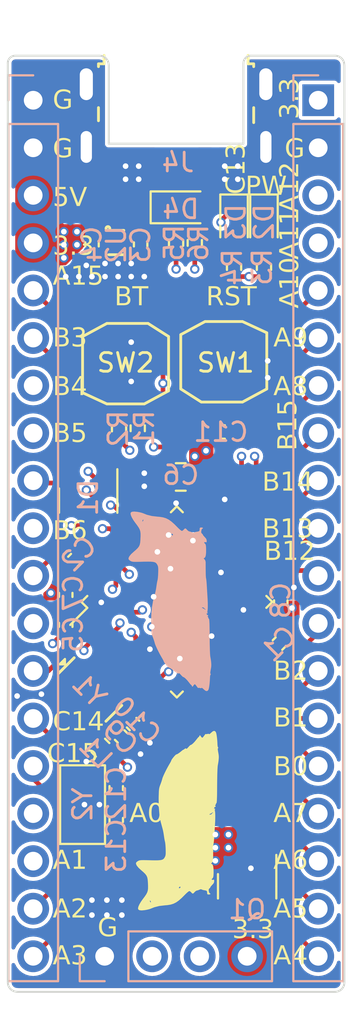
<source format=kicad_pcb>
(kicad_pcb (version 20221018) (generator pcbnew)
  (layers (0 "F.Cu" signal) (1 "In1.Cu" signal) (2 "In2.Cu" signal) (31 "B.Cu" signal) (34 "B.Paste" user) (35 "F.Paste" user) (36 "B.SilkS" user "B.Silkscreen") (37 "F.SilkS" user "F.Silkscreen") (38 "B.Mask" user) (39 "F.Mask" user) (44 "Edge.Cuts" user))
  (net 0 "")
  (net 1 "GND")
  (net 2 "Net-(C1-Pad2)")
  (net 3 "Net-(C2-Pad2)")
  (net 4 "+5V")
  (net 5 "+3.3V")
  (net 6 "+BATT")
  (net 7 "VREF")
  (net 8 "RST")
  (net 9 "COSC0")
  (net 10 "COSC1")
  (net 11 "VBAT")
  (net 12 "Net-(D2-A)")
  (net 13 "PC13")
  (net 14 "Net-(D3-A)")
  (net 15 "Net-(D4-A)")
  (net 16 "SCLK")
  (net 17 "SDIO")
  (net 18 "Net-(J1-Pin_4)")
  (net 19 "PA15")
  (net 20 "PB3")
  (net 21 "PB4")
  (net 22 "PB5")
  (net 23 "PB6")
  (net 24 "PB7")
  (net 25 "PB8")
  (net 26 "PA0")
  (net 27 "PA1")
  (net 28 "PA2")
  (net 29 "PA3")
  (net 30 "PA12")
  (net 31 "PA11")
  (net 32 "PA10")
  (net 33 "PA9")
  (net 34 "PA8")
  (net 35 "PB15")
  (net 36 "PB14")
  (net 37 "PB13")
  (net 38 "PB12")
  (net 39 "PB10")
  (net 40 "PB1")
  (net 41 "PB0")
  (net 42 "PA7")
  (net 43 "PA6")
  (net 44 "PA5")
  (net 45 "PA4")
  (net 47 "Net-(J4-D+)")
  (net 48 "Net-(J4-D-)")
  (net 49 "Net-(R1-Pad1)")
  (net 50 "BOOT")
  (net 51 "OSC0")
  (net 52 "OSC1")
  (net 53 "PB2")
  (footprint "Resistor_SMD:R_0402_1005Metric" (layer "F.Cu") (at 93.9 65 -90)
    (fp_text reference "R5")
    (fp_text value "22R")
  )
  (footprint "Capacitor_SMD:C_0402_1005Metric" (layer "F.Cu") (at 99.5 84.2 90)
    (fp_text reference "C8")
    (fp_text value "100nF")
  )
  (footprint "Package_QFP:LQFP-48_7x7mm_P0.5mm" (layer "F.Cu") (at 93.940551 84.172785 45)
    (fp_text reference "U1")
    (fp_text value "STM32H503CBT6")
  )
  (footprint "LED_SMD:LED_0603_1608Metric" (layer "F.Cu") (at 98.6 63.9 -90)
    (fp_text reference "D2")
    (fp_text value "POWER")
  )
  (footprint "LED_SMD:LED_0603_1608Metric" (layer "F.Cu") (at 97 63.9 -90)
    (fp_text reference "D3")
    (fp_text value "USR")
  )
  (footprint ".rpvM:XDFN4_1x1mm_0.65P" (layer "F.Cu") (at 90.705 64.98 -90)
    (fp_text reference "U2")
    (fp_text value "RT9078-33GQZ")
  )
  (footprint "Capacitor_SMD:C_0402_1005Metric" (layer "F.Cu") (at 90.7 95.82 -90)
    (fp_text reference "C13")
    (fp_text value "22pF")
  )
  (footprint "Package_TO_SOT_SMD:SOT-23" (layer "F.Cu") (at 97.7 99.3625 -90)
    (fp_text reference "Q1")
    (fp_text value "AO3401A")
  )
  (footprint ".rpvM:Crystal_CSTCE_3pin_3.2x1.3" (layer "F.Cu") (at 89.3 88.851472 -45)
    (fp_text reference "Y1")
    (fp_text value "CSTCE12")
  )
  (footprint "Diode_SMD:D_SOD-323" (layer "F.Cu") (at 94.15 63.1)
    (fp_text reference "D4")
    (fp_text value "RB551V-30")
  )
  (footprint "Resistor_SMD:R_0402_1005Metric" (layer "F.Cu") (at 90.85 74.91 90)
    (fp_text reference "R2")
    (fp_text value "10K")
  )
  (footprint "Capacitor_SMD:C_0402_1005Metric" (layer "F.Cu") (at 92.005 65.08 -90)
    (fp_text reference "C3")
    (fp_text value "10uF")
  )
  (footprint "Capacitor_SMD:C_0402_1005Metric" (layer "F.Cu") (at 90.960589 91.360589 -45)
    (fp_text reference "C9")
    (fp_text value "10uF")
  )
  (footprint "Capacitor_SMD:C_0402_1005Metric" (layer "F.Cu") (at 88 83.8 -90)
    (fp_text reference "C7")
    (fp_text value "100nF")
  )
  (footprint "Capacitor_SMD:C_0402_1005Metric" (layer "F.Cu") (at 90.7 94.12 90)
    (fp_text reference "C12")
    (fp_text value "22pF")
  )
  (footprint "Capacitor_SMD:C_0402_1005Metric" (layer "F.Cu") (at 96.4 75.1)
    (fp_text reference "C11")
    (fp_text value "100nF")
  )
  (footprint ".rpvM:Switch_SMD_5.2x6.4_reset" (layer "F.Cu") (at 91.2 71.4 90)
    (fp_text reference "SW2")
    (fp_text value "BOOT")
  )
  (footprint "Capacitor_SMD:C_0402_1005Metric" (layer "F.Cu") (at 91.6 90.7 -45)
    (fp_text reference "C10")
    (fp_text value "100nF")
  )
  (footprint ".rpvM:Switch_SMD_5.2x6.4_reset" (layer "F.Cu") (at 96.45 71.4 -90)
    (fp_text reference "SW1")
    (fp_text value "RESET")
  )
  (footprint ".rpvM:Crystal_FC-135" (layer "F.Cu") (at 88.9 95 90)
    (fp_text reference "Y2")
    (fp_text value "FC-135\n\n\n")
  )
  (footprint "Resistor_SMD:R_0402_1005Metric" (layer "F.Cu") (at 94.9 65 90)
    (fp_text reference "R6")
    (fp_text value "22R")
  )
  (footprint "Capacitor_SMD:C_0402_1005Metric" (layer "F.Cu") (at 99.4 86.4 -135)
    (fp_text reference "C1")
    (fp_text value "4.7uF")
  )
  (footprint "Resistor_SMD:R_0402_1005Metric" (layer "F.Cu") (at 97 66.29 90)
    (fp_text reference "R4")
    (fp_text value "4K7")
  )
  (footprint "Resistor_SMD:R_0402_1005Metric" (layer "F.Cu") (at 98.6 66.29 90)
    (fp_text reference "R3")
    (fp_text value "4K7")
  )
  (footprint "Capacitor_SMD:C_0402_1005Metric" (layer "F.Cu") (at 89.405 65.08 -90)
    (fp_text reference "C4")
    (fp_text value "10uF")
  )
  (footprint "Inductor_SMD:L_0603_1608Metric" (layer "F.Cu") (at 89.856847 91.956847 135)
    (fp_text reference "L1")
    (fp_text value "10uH")
  )
  (footprint "Capacitor_SMD:C_0402_1005Metric" (layer "F.Cu") (at 88.460589 81.939411 45)
    (fp_text reference "C2")
    (fp_text value "4.7uF")
  )
  (footprint "Package_TO_SOT_SMD:SOT-23" (layer "F.Cu") (at 89.2 78.7625 -90)
    (fp_text reference "D1")
    (fp_text value "BAV70")
  )
  (footprint "Resistor_SMD:R_0402_1005Metric" (layer "F.Cu") (at 91.85 74.9 -90)
    (fp_text reference "R1")
    (fp_text value "10K")
  )
  (footprint "Capacitor_SMD:C_0805_2012Metric" (layer "F.Cu") (at 94.15 77.5 180)
    (fp_text reference "C6")
    (fp_text value "22uF")
  )
  (footprint ".rpvM:connector_USB_Micro-B2" (layer "F.Cu") (at 93.9 56.575 180)
    (fp_text reference "J4")
    (fp_text value " ")
  )
  (footprint "Capacitor_SMD:C_0402_1005Metric" (layer "F.Cu") (at 88 85.4 90)
    (fp_text reference "C5")
    (fp_text value "100nF")
  )
  (footprint ".rpvM:symbol_logo_small_notext" (layer "F.Cu") (at 93.9 96 90)
    (fp_text reference "G***" hide)
    (fp_text value "LOGO" hide)
  )
  (footprint "Connector_PinSocket_2.54mm:PinSocket_1x04_P2.54mm_Vertical" (layer "B.Cu") (at 90.08 103.1 -90)
    (fp_text reference "J1" hide)
    (fp_text value "STLINK")
  )
  (footprint ".rpvM:symbol_logo_small_notext" (layer "B.Cu") (at 93.5 84 -90)
    (fp_text reference "G***" hide)
    (fp_text value "LOGO" hide)
  )
  (footprint "Connector_PinSocket_2.54mm:PinSocket_1x19_P2.54mm_Vertical" (layer "B.Cu") (at 101.5 57.38 180)
    (fp_text reference "J3" hide)
    (fp_text value " ")
  )
  (footprint "Connector_PinSocket_2.54mm:PinSocket_1x19_P2.54mm_Vertical" (layer "B.Cu") (at 86.26 57.38 180)
    (fp_text reference "J2" hide)
    (fp_text value " ")
  )
  (gr_line (start 90.3 59.7) (end 97.5 59.7) (stroke (width 0.1)) (layer "Edge.Cuts"))
  (gr_line (start 84.9 55.4) (end 84.9 104.5) (stroke (width 0.1)) (layer "Edge.Cuts"))
  (gr_arc (start 102.9 104.5) (mid 102.753553 104.853553) (end 102.4 105) (stroke (width 0.1)) (layer "Edge.Cuts"))
  (gr_line (start 102.9 104.5) (end 102.9 55.5) (stroke (width 0.1)) (layer "Edge.Cuts"))
  (gr_arc (start 89.796447 55) (mid 90.15 55.146447) (end 90.296447 55.5) (stroke (width 0.1)) (layer "Edge.Cuts"))
  (gr_arc (start 84.9 55.4) (mid 85.017157 55.117157) (end 85.3 55) (stroke (width 0.1)) (layer "Edge.Cuts"))
  (gr_line (start 89.796447 55) (end 85.3 55) (stroke (width 0.1)) (layer "Edge.Cuts"))
  (gr_arc (start 85.403553 104.996447) (mid 85.05 104.85) (end 84.903553 104.496447) (stroke (width 0.1)) (layer "Edge.Cuts"))
  (gr_line (start 85.4 105) (end 102.4 105) (stroke (width 0.1)) (layer "Edge.Cuts"))
  (gr_line (start 97.5 59.7) (end 97.5 55.4) (stroke (width 0.1)) (layer "Edge.Cuts"))
  (gr_arc (start 97.502843 55.4) (mid 97.62 55.117157) (end 97.902843 55) (stroke (width 0.1)) (layer "Edge.Cuts"))
  (gr_line (start 97.902843 55) (end 102.396447 55) (stroke (width 0.1)) (layer "Edge.Cuts"))
  (gr_line (start 90.3 55.5) (end 90.3 59.7) (stroke (width 0.1)) (layer "Edge.Cuts"))
  (gr_arc (start 102.396447 55) (mid 102.75 55.146447) (end 102.896447 55.5) (stroke (width 0.1)) (layer "Edge.Cuts"))
  (gr_text "A1" (at 87.3 98.6) (layer "F.SilkS") (effects (font (size 1 1) (thickness 0.125)) (justify left bottom)))
  (gr_text "A0" (at 91.4 96.1) (layer "F.SilkS") (effects (font (size 1 1) (thickness 0.125)) (justify left bottom)))
  (gr_text "A15" (at 87.3 67.4) (layer "F.SilkS") (effects (font (size 1 1) (thickness 0.125)) (justify left bottom)))
  (gr_text "A4" (at 99.1 103.7) (layer "F.SilkS") (effects (font (size 1 1) (thickness 0.125)) (justify left bottom)))
  (gr_text "B6" (at 87.3 81) (layer "F.SilkS") (effects (font (size 1 1) (thickness 0.125)) (justify left bottom)))
  (gr_text "B13" (at 98.5 80.9) (layer "F.SilkS") (effects (font (size 1 1) (thickness 0.125)) (justify left bottom)))
  (gr_text "B12" (at 98.6 82.1) (layer "F.SilkS") (effects (font (size 1 1) (thickness 0.125)) (justify left bottom)))
  (gr_text "C15" (at 87 92.9) (layer "F.SilkS") (effects (font (size 1 1) (thickness 0.125)) (justify left bottom)))
  (gr_text "B15" (at 100.5 76.1 90) (layer "F.SilkS") (effects (font (size 1 1) (thickness 0.125)) (justify left bottom)))
  (gr_text "G" (at 87.3 60.6) (layer "F.SilkS") (effects (font (size 1 1) (thickness 0.125)) (justify left bottom)))
  (gr_text "3.3" (at 100.6 58.4 90) (layer "F.SilkS") (effects (font (size 1 1) (thickness 0.125)) (justify left bottom)))
  (gr_text "PW" (at 97.6 62.6) (layer "F.SilkS") (effects (font (size 1 1) (thickness 0.125)) (justify left bottom)))
  (gr_text "A12" (at 100.6 63.4 90) (layer "F.SilkS") (effects (font (size 1 1) (thickness 0.125)) (justify left bottom)))
  (gr_text "C13" (at 97.735 62.415 90) (layer "F.SilkS") (effects (font (size 1 1) (thickness 0.125)) (justify left bottom)))
  (gr_text "A5" (at 99.1 101.2) (layer "F.SilkS") (effects (font (size 1 1) (thickness 0.125)) (justify left bottom)))
  (gr_text "A6" (at 99.1 98.6) (layer "F.SilkS") (effects (font (size 1 1) (thickness 0.125)) (justify left bottom)))
  (gr_text "5V" (at 87.3 63.2) (layer "F.SilkS") (effects (font (size 1 1) (thickness 0.125)) (justify left bottom)))
  (gr_text "A3" (at 87.3 103.7) (layer "F.SilkS") (effects (font (size 1 1) (thickness 0.125)) (justify left bottom)))
  (gr_text "A10" (at 100.6 68.5 90) (layer "F.SilkS") (effects (font (size 1 1) (thickness 0.125)) (justify left bottom)))
  (gr_text "B1" (at 99.1 91) (layer "F.SilkS") (effects (font (size 1 1) (thickness 0.125)) (justify left bottom)))
  (gr_text "A9" (at 99.1 70.7) (layer "F.SilkS") (effects (font (size 1 1) (thickness 0.125)) (justify left bottom)))
  (gr_text "A7" (at 99.1 96.1) (layer "F.SilkS") (effects (font (size 1 1) (thickness 0.125)) (justify left bottom)))
  (gr_text "B14" (at 98.5 78.4) (layer "F.SilkS") (effects (font (size 1 1) (thickness 0.125)) (justify left bottom)))
  (gr_text "BT" (at 90.6 68.5) (layer "F.SilkS") (effects (font (size 1 1) (thickness 0.125)) (justify left bottom)))
  (gr_text "A11" (at 100.6 65.9 90) (layer "F.SilkS") (effects (font (size 1 1) (thickness 0.125)) (justify left bottom)))
  (gr_text "3.3" (at 87.3 65.8) (layer "F.SilkS") (effects (font (size 1 1) (thickness 0.125)) (justify left bottom)))
  (gr_text "RST" (at 95.5 68.5) (layer "F.SilkS") (effects (font (size 1 1) (thickness 0.125)) (justify left bottom)))
  (gr_text "A2" (at 87.3 101.2) (layer "F.SilkS") (effects (font (size 1 1) (thickness 0.125)) (justify left bottom)))
  (gr_text "C14" (at 87.3 91.2) (layer "F.SilkS") (effects (font (size 1 1) (thickness 0.125)) (justify left bottom)))
  (gr_text "B2" (at 99.1 88.5) (layer "F.SilkS") (effects (font (size 1 1) (thickness 0.125)) (justify left bottom)))
  (gr_text "B5" (at 87.3 75.8) (layer "F.SilkS") (effects (font (size 1 1) (thickness 0.125)) (justify left bottom)))
  (gr_text "G" (at 99.7 60.6) (layer "F.SilkS") (effects (font (size 1 1) (thickness 0.125)) (justify left bottom)))
  (gr_text "B3" (at 87.3 70.7) (layer "F.SilkS") (effects (font (size 1 1) (thickness 0.125)) (justify left bottom)))
  (gr_text "B4" (at 87.3 73.3) (layer "F.SilkS") (effects (font (size 1 1) (thickness 0.125)) (justify left bottom)))
  (gr_text "3.3" (at 96.9 102.3) (layer "F.SilkS") (effects (font (size 1 1) (thickness 0.125)) (justify left bottom)))
  (gr_text "B0" (at 99.1 93.6) (layer "F.SilkS") (effects (font (size 1 1) (thickness 0.125)) (justify left bottom)))
  (gr_text "A8" (at 99.1 73.3) (layer "F.SilkS") (effects (font (size 1 1) (thickness 0.125)) (justify left bottom)))
  (gr_text "G" (at 89.7 102.2) (layer "F.SilkS") (effects (font (size 1 1) (thickness 0.125)) (justify left bottom)))
  (gr_text "G" (at 87.3 58) (layer "F.SilkS") (effects (font (size 1 1) (thickness 0.125)) (justify left bottom)))
  (via (at 97.2 61.6) (size 0.5) (drill 0.3) (layers "F.Cu" "B.Cu") (net 1))
  (via (at 90.8 66.1) (size 0.5) (drill 0.3) (layers "F.Cu" "B.Cu") (net 1))
  (via (at 89 95) (size 0.5) (drill 0.3) (layers "F.Cu" "B.Cu") (net 1))
  (via (at 90.2 100.9) (size 0.5) (drill 0.3) (layers "F.Cu" "B.Cu") (net 1))
  (via (at 96.3 82.6) (size 0.5) (drill 0.3) (layers "F.Cu" "B.Cu") (net 1))
  (via (at 91.9 61.6) (size 0.5) (drill 0.3) (layers "F.Cu" "B.Cu") (net 1))
  (via (at 89.1 66.2) (size 0.5) (drill 0.3) (layers "F.Cu" "B.Cu") (net 1))
  (via (at 97.5 84.6) (size 0.5) (drill 0.3) (layers "F.Cu" "B.Cu") (net 1))
  (via (at 89.8 95) (size 0.5) (drill 0.3) (layers "F.Cu" "B.Cu") (net 1))
  (via (at 90.1 66.1) (size 0.5) (drill 0.3) (layers "F.Cu" "B.Cu") (net 1))
  (via (at 96.5 61.6) (size 0.5) (drill 0.3) (layers "F.Cu" "B.Cu") (net 1))
  (via (at 89.1 92.7) (size 0.5) (drill 0.3) (layers "F.Cu" "B.Cu") (net 1))
  (via (at 91 100.1) (size 0.5) (drill 0.3) (layers "F.Cu" "B.Cu") (net 1))
  (via (at 96.5 60.9) (size 0.5) (drill 0.3) (layers "F.Cu" "B.Cu") (net 1))
  (via (at 96.5 78.7) (size 0.5) (drill 0.3) (layers "F.Cu" "B.Cu") (net 1))
  (via (at 91.5 72.4) (size 0.5) (drill 0.3) (layers "F.Cu" "B.Cu") (net 1))
  (via (at 97.9 98.4) (size 0.5) (drill 0.3) (layers "F.Cu" "B.Cu") (net 1))
  (via (at 98.8 72.2) (size 0.5) (drill 0.3) (layers "F.Cu" "B.Cu") (net 1))
  (via (at 91.9 60.9) (size 0.5) (drill 0.3) (layers "F.Cu" "B.Cu") (net 1))
  (via (at 91.2 61.6) (size 0.5) (drill 0.3) (layers "F.Cu" "B.Cu") (net 1))
  (via (at 97.2 60.9) (size 0.5) (drill 0.3) (layers "F.Cu" "B.Cu") (net 1))
  (via (at 89.9 84.2) (size 0.5) (drill 0.3) (layers "F.Cu" "B.Cu") (net 1))
  (via (at 90.1 66.8) (size 0.5) (drill 0.3) (layers "F.Cu" "B.Cu") (net 1))
  (via (at 90.8 66.8) (size 0.5) (drill 0.3) (layers "F.Cu" "B.Cu") (net 1))
  (via (at 88 66.8) (size 0.5) (drill 0.3) (layers "F.Cu" "B.Cu") (net 1))
  (via (at 95.8 86) (size 0.5) (drill 0.3) (layers "F.Cu" "B.Cu") (net 1))
  (via (at 98.8 71.3) (size 0.5) (drill 0.3) (layers "F.Cu" "B.Cu") (net 1))
  (via (at 85.4 89.2) (size 0.5) (drill 0.3) (layers "F.Cu" "B.Cu") (net 1))
  (via (at 91 100.9) (size 0.5) (drill 0.3) (layers "F.Cu" "B.Cu") (net 1))
  (via (at 91.2 60.9) (size 0.5) (drill 0.3) (layers "F.Cu" "B.Cu") (net 1))
  (via (at 86.7 89.1) (size 0.5) (drill 0.3) (layers "F.Cu" "B.Cu") (net 1))
  (via (at 89.4 66.8) (size 0.5) (drill 0.3) (layers "F.Cu" "B.Cu") (net 1))
  (via (at 92.2 77.3) (size 0.5) (drill 0.3) (layers "F.Cu" "B.Cu") (net 1))
  (via (at 89.4 100.1) (size 0.5) (drill 0.3) (layers "F.Cu" "B.Cu") (net 1))
  (via (at 92.2 78) (size 0.5) (drill 0.3) (layers "F.Cu" "B.Cu") (net 1))
  (via (at 92.5 86.7) (size 0.5) (drill 0.3) (layers "F.Cu" "B.Cu") (net 1))
  (via (at 92.5 91.7) (size 0.5) (drill 0.3) (layers "F.Cu" "B.Cu") (net 1))
  (via (at 100.2 83.4) (size 0.5) (drill 0.3) (layers "F.Cu" "B.Cu") (net 1))
  (via (at 93.9 78.9) (size 0.5) (drill 0.3) (layers "F.Cu" "B.Cu") (net 1))
  (via (at 89.4 100.9) (size 0.5) (drill 0.3) (layers "F.Cu" "B.Cu") (net 1))
  (via (at 93.6 82.4) (size 0.5) (drill 0.3) (layers "F.Cu" "B.Cu") (net 1))
  (via (at 92.9 81.5) (size 0.5) (drill 0.3) (layers "F.Cu" "B.Cu") (net 1))
  (via (at 90.2 100.1) (size 0.5) (drill 0.3) (layers "F.Cu" "B.Cu") (net 1))
  (via (at 92 92.3) (size 0.5) (drill 0.3) (layers "F.Cu" "B.Cu") (net 1))
  (via (at 91.5 70.3) (size 0.5) (drill 0.3) (layers "F.Cu" "B.Cu") (net 1))
  (via (at 88.7 66.8) (size 0.5) (drill 0.3) (layers "F.Cu" "B.Cu") (net 1))
  (via (at 94.1 87.2) (size 0.5) (drill 0.3) (layers "F.Cu" "B.Cu") (net 1))
  (via (at 92.2 66.8) (size 0.5) (drill 0.3) (layers "F.Cu" "B.Cu") (net 1))
  (via (at 92.7 83.9) (size 0.5) (drill 0.3) (layers "F.Cu" "B.Cu") (net 1))
  (via (at 91.5 66.1) (size 0.5) (drill 0.3) (layers "F.Cu" "B.Cu") (net 1))
  (via (at 91.5 66.8) (size 0.5) (drill 0.3) (layers "F.Cu" "B.Cu") (net 1))
  (segment (start 98.982051 86.739411) (end 99.060589 86.739411) (width 0.25) (layer "F.Cu") (net 2))
  (segment (start 98.12132 85.87868) (end 98.982051 86.739411) (width 0.25) (layer "F.Cu") (net 2))
  (segment (start 88.892892 81.6) (end 88.8 81.6) (width 0.25) (layer "F.Cu") (net 3))
  (segment (start 89.759782 82.46689) (end 88.892892 81.6) (width 0.25) (layer "F.Cu") (net 3))
  (segment (start 98.6 66.8) (end 97.8 66.8) (width 0.25) (layer "F.Cu") (net 5))
  (segment (start 97 66.8) (end 97.8 66.8) (width 0.25) (layer "F.Cu") (net 5))
  (segment (start 90.413694 92.513694) (end 90.813694 92.513694) (width 0.25) (layer "F.Cu") (net 5))
  (segment (start 93.2 72.5) (end 93.2 74.5) (width 0.25) (layer "F.Cu") (net 5))
  (segment (start 90.813694 92.513694) (end 91.3 93) (width 0.25) (layer "F.Cu") (net 5))
  (segment (start 90.15 77.825) (end 89.825 77.825) (width 0.25) (layer "F.Cu") (net 5))
  (segment (start 89.825 77.825) (end 89.2 77.2) (width 0.25) (layer "F.Cu") (net 5))
  (segment (start 93.2 68.3) (end 93.2 72.5) (width 0.25) (layer "F.Cu") (net 5))
  (via (at 96 97.3) (size 0.5) (drill 0.3) (layers "F.Cu" "B.Cu") (net 5))
  (via (at 96.7 96.6) (size 0.5) (drill 0.3) (layers "F.Cu" "B.Cu") (net 5))
  (via (at 89.2 77.2) (size 0.5) (drill 0.3) (layers "F.Cu" "B.Cu") (net 5))
  (via (at 87.2 83.7) (size 0.5) (drill 0.3) (layers "F.Cu" "B.Cu") (net 5))
  (via (at 96 96.6) (size 0.5) (drill 0.3) (layers "F.Cu" "B.Cu") (net 5))
  (via (at 93.2 72.5) (size 0.5) (drill 0.3) (layers "F.Cu" "B.Cu") (net 5))
  (via (at 87.9 65.1) (size 0.5) (drill 0.3) (layers "F.Cu" "B.Cu") (net 5))
  (via (at 87.9 65.8) (size 0.5) (drill 0.3) (layers "F.Cu" "B.Cu") (net 5))
  (via (at 91.3 93) (size 0.5) (drill 0.3) (layers "F.Cu" "B.Cu") (net 5))
  (via (at 88.6 64.4) (size 0.5) (drill 0.3) (layers "F.Cu" "B.Cu") (net 5))
  (via (at 96.7 97.3) (size 0.5) (drill 0.3) (layers "F.Cu" "B.Cu") (net 5))
  (via (at 96 98) (size 0.5) (drill 0.3) (layers "F.Cu" "B.Cu") (net 5))
  (via (at 95.5 76.1) (size 0.5) (drill 0.3) (layers "F.Cu" "B.Cu") (net 5))
  (via (at 87.9 64.4) (size 0.5) (drill 0.3) (layers "F.Cu" "B.Cu") (net 5))
  (via (at 94.9 76.4) (size 0.5) (drill 0.3) (layers "F.Cu" "B.Cu") (net 5))
  (via (at 88.6 65.1) (size 0.5) (drill 0.3) (layers "F.Cu" "B.Cu") (net 5))
  (via (at 100.1 84.5) (size 0.5) (drill 0.3) (layers "F.Cu" "B.Cu") (net 5))
  (via (at 97.8 66.8) (size 0.5) (drill 0.3) (layers "F.Cu" "B.Cu") (net 5))
  (segment (start 88 85.88) (end 87.82 85.88) (width 0.25) (layer "F.Cu") (net 6))
  (segment (start 88.3 80.1) (end 88.8 80.1) (width 0.25) (layer "F.Cu") (net 6))
  (segment (start 87.82 85.88) (end 87.3 86.4) (width 0.25) (layer "F.Cu") (net 6))
  (segment (start 89.052675 85.171573) (end 88.344248 85.88) (width 0.25) (layer "F.Cu") (net 6))
  (segment (start 88.344248 85.88) (end 88 85.88) (width 0.25) (layer "F.Cu") (net 6))
  (segment (start 88.8 80.1) (end 89.2 79.7) (width 0.25) (layer "F.Cu") (net 6))
  (via (at 87.3 86.4) (size 0.5) (drill 0.3) (layers "F.Cu" "B.Cu") (net 6))
  (via (at 88.3 80.1) (size 0.5) (drill 0.3) (layers "F.Cu" "B.Cu") (net 6))
  (segment (start 89.678822 91.021178) (end 89.3 91.4) (width 0.25) (layer "F.Cu") (net 7))
  (segment (start 91.881102 88) (end 91.260589 88.620513) (width 0.25) (layer "F.Cu") (net 7))
  (segment (start 91.260589 90.381767) (end 90.621178 91.021178) (width 0.25) (layer "F.Cu") (net 7))
  (segment (start 90.621178 91.021178) (end 89.678822 91.021178) (width 0.25) (layer "F.Cu") (net 7))
  (segment (start 91.260589 90.360589) (end 91.260589 90.381767) (width 0.25) (layer "F.Cu") (net 7))
  (segment (start 91.260589 88.620513) (end 91.260589 90.360589) (width 0.25) (layer "F.Cu") (net 7))
  (segment (start 94.55 75.65) (end 94.55 74.5) (width 0.25) (layer "F.Cu") (net 8))
  (segment (start 95.92 75.1) (end 95.15 75.1) (width 0.25) (layer "F.Cu") (net 8))
  (segment (start 91.173996 87.292894) (end 91.741933 86.724957) (width 0.25) (layer "F.Cu") (net 8))
  (segment (start 92.7 75.9) (end 94.3 75.9) (width 0.25) (layer "F.Cu") (net 8))
  (segment (start 91.741933 86.724957) (end 91.741933 86.041933) (width 0.25) (layer "F.Cu") (net 8))
  (segment (start 95.15 75.1) (end 94.55 74.5) (width 0.25) (layer "F.Cu") (net 8))
  (segment (start 91.741933 86.041933) (end 91.5 85.8) (width 0.25) (layer "F.Cu") (net 8))
  (segment (start 94.55 68.3) (end 94.55 74.5) (width 0.25) (layer "F.Cu") (net 8))
  (segment (start 94.3 75.9) (end 94.55 75.65) (width 0.25) (layer "F.Cu") (net 8))
  (via (at 92.7 75.9) (size 0.5) (drill 0.3) (layers "F.Cu" "B.Cu") (net 8))
  (via (at 91.5 85.8) (size 0.5) (drill 0.3) (layers "F.Cu" "B.Cu") (net 8))
  (segment (start 89.759782 85.87868) (end 88.971911 86.666551) (width 0.25) (layer "F.Cu") (net 9))
  (segment (start 87.6 91.74) (end 87.6 92.7) (width 0.25) (layer "F.Cu") (net 9))
  (segment (start 87.6 92.7) (end 88.65 93.75) (width 0.25) (layer "F.Cu") (net 9))
  (segment (start 86.26 90.4) (end 87.6 91.74) (width 0.25) (layer "F.Cu") (net 9))
  (segment (start 88.971911 86.666551) (end 88.971911 86.771911) (width 0.25) (layer "F.Cu") (net 9))
  (segment (start 89.01 93.64) (end 88.9 93.75) (width 0.25) (layer "F.Cu") (net 9))
  (segment (start 90.7 93.64) (end 89.01 93.64) (width 0.25) (layer "F.Cu") (net 9))
  (via (at 88.971911 86.771911) (size 0.5) (drill 0.3) (layers "F.Cu" "B.Cu") (net 9))
  (segment (start 90.9 85.44557) (end 90.9 85.3) (width 0.25) (layer "F.Cu") (net 10))
  (segment (start 86.26 93.61) (end 86.26 92.94) (width 0.25) (layer "F.Cu") (net 10))
  (segment (start 90.113336 86.232234) (end 90.9 85.44557) (width 0.25) (layer "F.Cu") (net 10))
  (segment (start 90.7 96.3) (end 88.95 96.3) (width 0.25) (layer "F.Cu") (net 10))
  (segment (start 88.95 96.3) (end 88.9 96.25) (width 0.25) (layer "F.Cu") (net 10))
  (segment (start 88.9 96.25) (end 86.26 93.61) (width 0.25) (layer "F.Cu") (net 10))
  (via (at 90.9 85.3) (size 0.5) (drill 0.3) (layers "F.Cu" "B.Cu") (net 10))
  (segment (start 88.25 77.825) (end 86.385 77.825) (width 0.25) (layer "F.Cu") (net 11))
  (segment (start 86.385 77.825) (end 86.26 77.7) (width 0.25) (layer "F.Cu") (net 11))
  (segment (start 98.6 65.78) (end 98.6 64.7) (width 0.25) (layer "F.Cu") (net 12))
  (segment (start 90.206356 84.725) (end 91.975 84.725) (width 0.25) (layer "F.Cu") (net 13))
  (segment (start 89.406229 85.525127) (end 87.071356 87.86) (width 0.25) (layer "F.Cu") (net 13))
  (segment (start 96.3 63.8125) (end 97 63.1125) (width 0.25) (layer "F.Cu") (net 13))
  (segment (start 91.975 84.725) (end 92.1 84.6) (width 0.25) (layer "F.Cu") (net 13))
  (segment (start 89.406229 85.525127) (end 90.206356 84.725) (width 0.25) (layer "F.Cu") (net 13))
  (segment (start 87.071356 87.86) (end 86.26 87.86) (width 0.25) (layer "F.Cu") (net 13))
  (segment (start 96.3 63.9) (end 96.3 63.8125) (width 0.25) (layer "F.Cu") (net 13))
  (via (at 96.3 63.9) (size 0.5) (drill 0.3) (layers "F.Cu" "B.Cu") (net 13))
  (via (at 92.1 84.6) (size 0.5) (drill 0.3) (layers "F.Cu" "B.Cu") (net 13))
  (segment (start 97 65.78) (end 97 64.675) (width 0.25) (layer "F.Cu") (net 14))
  (segment (start 93.5097 80.5903) (end 93.5 80.6) (width 0.25) (layer "F.Cu") (net 16))
  (segment (start 93.5097 79.852846) (end 93.5097 80.5903) (width 0.25) (layer "F.Cu") (net 16))
  (segment (start 92.941763 79.284909) (end 93.5097 79.852846) (width 0.25) (layer "F.Cu") (net 16))
  (via (at 93.5 80.6) (size 0.5) (drill 0.3) (layers "F.Cu" "B.Cu") (net 16))
  (segment (start 95.646446 79.992016) (end 94.8 80.838462) (width 0.25) (layer "F.Cu") (net 17))
  (segment (start 94.8 80.838462) (end 94.8 80.9) (width 0.25) (layer "F.Cu") (net 17))
  (via (at 94.8 80.9) (size 0.5) (drill 0.3) (layers "F.Cu" "B.Cu") (net 17))
  (segment (start 91.3 76.763604) (end 90.586396 76.05) (width 0.25) (layer "F.Cu") (net 19))
  (segment (start 92.588209 79.638463) (end 91.3 78.350254) (width 0.25) (layer "F.Cu") (net 19))
  (segment (start 90.586396 76.05) (end 88.3 76.05) (width 0.25) (layer "F.Cu") (net 19))
  (segment (start 87.6 70.783604) (end 87.6 68.88) (width 0.25) (layer "F.Cu") (net 19))
  (segment (start 88.05 71.233604) (end 87.6 70.783604) (width 0.25) (layer "F.Cu") (net 19))
  (segment (start 88.05 75.8) (end 88.05 71.233604) (width 0.25) (layer "F.Cu") (net 19))
  (segment (start 91.3 78.350254) (end 91.3 76.763604) (width 0.25) (layer "F.Cu") (net 19))
  (segment (start 87.6 68.88) (end 86.26 67.54) (width 0.25) (layer "F.Cu") (net 19))
  (segment (start 88.3 76.05) (end 88.05 75.8) (width 0.25) (layer "F.Cu") (net 19))
  (segment (start 87.9 76.5) (end 87.6 76.2) (width 0.25) (layer "F.Cu") (net 20))
  (segment (start 90.8 78.55736) (end 90.8 76.9) (width 0.25) (layer "F.Cu") (net 20))
  (segment (start 87.6 76.2) (end 87.6 71.42) (width 0.25) (layer "F.Cu") (net 20))
  (segment (start 90.8 76.9) (end 90.4 76.5) (width 0.25) (layer "F.Cu") (net 20))
  (segment (start 90.4 76.5) (end 87.9 76.5) (width 0.25) (layer "F.Cu") (net 20))
  (segment (start 87.6 71.42) (end 86.26 70.08) (width 0.25) (layer "F.Cu") (net 20))
  (segment (start 92.234656 79.992016) (end 90.8 78.55736) (width 0.25) (layer "F.Cu") (net 20))
  (segment (start 90.539033 79.003501) (end 90.400596 79.003501) (width 0.25) (layer "F.Cu") (net 21))
  (segment (start 91.881102 80.34557) (end 90.539033 79.003501) (width 0.25) (layer "F.Cu") (net 21))
  (via (at 90.400596 79.003501) (size 0.5) (drill 0.3) (layers "F.Cu" "B.Cu") (net 21))
  (segment (start 89.825 79.513792) (end 89.825 79.025) (width 0.25) (layer "F.Cu") (net 22))
  (segment (start 91.527549 80.699123) (end 90.517218 79.688792) (width 0.25) (layer "F.Cu") (net 22))
  (segment (start 89.825 79.025) (end 89.825 78.915749) (width 0.25) (layer "F.Cu") (net 22))
  (segment (start 89.825 78.915749) (end 89.109251 78.2) (width 0.25) (layer "F.Cu") (net 22))
  (segment (start 89.109251 78.2) (end 89.1 78.2) (width 0.25) (layer "F.Cu") (net 22))
  (segment (start 90 79.688792) (end 89.825 79.513792) (width 0.25) (layer "F.Cu") (net 22))
  (segment (start 90.517218 79.688792) (end 90 79.688792) (width 0.25) (layer "F.Cu") (net 22))
  (via (at 89.1 78.2) (size 0.5) (drill 0.3) (layers "F.Cu" "B.Cu") (net 22))
  (segment (start 90.385112 80.263792) (end 89.965717 80.263792) (width 0.25) (layer "F.Cu") (net 23))
  (segment (start 91.173996 81.052676) (end 90.385112 80.263792) (width 0.25) (layer "F.Cu") (net 23))
  (via (at 89.965717 80.263792) (size 0.5) (drill 0.3) (layers "F.Cu" "B.Cu") (net 23))
  (segment (start 88.201708 80.838292) (end 90.252504 80.838292) (width 0.25) (layer "F.Cu") (net 24))
  (segment (start 90.252504 80.838292) (end 90.820442 81.40623) (width 0.25) (layer "F.Cu") (net 24))
  (segment (start 86.26 82.78) (end 88.201708 80.838292) (width 0.25) (layer "F.Cu") (net 24))
  (segment (start 90.681273 82.681273) (end 90.681273 83.318727) (width 0.25) (layer "F.Cu") (net 25))
  (segment (start 90.681273 83.318727) (end 90.5 83.5) (width 0.25) (layer "F.Cu") (net 25))
  (segment (start 90.113336 82.113336) (end 90.681273 82.681273) (width 0.25) (layer "F.Cu") (net 25))
  (via (at 90.5 83.5) (size 0.5) (drill 0.3) (layers "F.Cu" "B.Cu") (net 25))
  (segment (start 93.275 87.325) (end 93.261827 87.325) (width 0.25) (layer "F.Cu") (net 26))
  (segment (start 93.5 87.1) (end 93.275 87.325) (width 0.25) (layer "F.Cu") (net 26))
  (segment (start 92.6 85.5) (end 93.5 86.4) (width 0.25) (layer "F.Cu") (net 26))
  (segment (start 93.261827 87.325) (end 92.234656 88.352171) (width 0.25) (layer "F.Cu") (net 26))
  (segment (start 92.234656 88.352171) (end 92.234656 88.353554) (width 0.25) (layer "F.Cu") (net 26))
  (segment (start 93.5 86.4) (end 93.5 87.1) (width 0.25) (layer "F.Cu") (net 26))
  (via (at 92.6 85.5) (size 0.5) (drill 0.3) (layers "F.Cu" "B.Cu") (net 26))
  (segment (start 92.588209 88.707107) (end 93.395316 87.9) (width 0.25) (layer "F.Cu") (net 27))
  (segment (start 93.5 87.9) (end 93.395316 87.9) (width 0.25) (layer "F.Cu") (net 27))
  (via (at 93.5 87.9) (size 0.5) (drill 0.3) (layers "F.Cu" "B.Cu") (net 27))
  (segment (start 92.939339 89.060661) (end 92.3 89.7) (width 0.25) (layer "F.Cu") (net 28))
  (segment (start 92.3 90.1) (end 93.2 91) (width 0.25) (layer "F.Cu") (net 28))
  (segment (start 92.941763 89.060661) (end 92.939339 89.060661) (width 0.25) (layer "F.Cu") (net 28))
  (segment (start 93.2 91) (end 93.2 92.2) (width 0.25) (layer "F.Cu") (net 28))
  (segment (start 89.52 97.3) (end 86.26 100.56) (width 0.25) (layer "F.Cu") (net 28))
  (segment (start 91.5 97) (end 91.2 97.3) (width 0.25) (layer "F.Cu") (net 28))
  (segment (start 91.5 93.9) (end 91.5 97) (width 0.25) (layer "F.Cu") (net 28))
  (segment (start 93.2 92.2) (end 91.5 93.9) (width 0.25) (layer "F.Cu") (net 28))
  (segment (start 91.2 97.3) (end 89.52 97.3) (width 0.25) (layer "F.Cu") (net 28))
  (segment (start 92.3 89.7) (end 92.3 90.1) (width 0.25) (layer "F.Cu") (net 28))
  (segment (start 92 97.2) (end 92 94.1) (width 0.25) (layer "F.Cu") (net 29))
  (segment (start 93.7 92.4) (end 93.7 90.3) (width 0.25) (layer "F.Cu") (net 29))
  (segment (start 92 94.1) (end 93.7 92.4) (width 0.25) (layer "F.Cu") (net 29))
  (segment (start 86.26 103.1) (end 87.6 101.76) (width 0.25) (layer "F.Cu") (net 29))
  (segment (start 89.7 97.8) (end 91.4 97.8) (width 0.25) (layer "F.Cu") (net 29))
  (segment (start 87.6 99.9) (end 89.7 97.8) (width 0.25) (layer "F.Cu") (net 29))
  (segment (start 93.7 90.3) (end 94.939339 89.060661) (width 0.25) (layer "F.Cu") (net 29))
  (segment (start 91.4 97.8) (end 92 97.2) (width 0.25) (layer "F.Cu") (net 29))
  (segment (start 87.6 101.76) (end 87.6 99.9) (width 0.25) (layer "F.Cu") (net 29))
  (segment (start 93.9 66.4) (end 93.9 65.51) (width 0.25) (layer "F.Cu") (net 30))
  (segment (start 96 80.34557) (end 97.3 79.04557) (width 0.25) (layer "F.Cu") (net 30))
  (segment (start 97.400497 77.599503) (end 97.3 77.7) (width 0.25) (layer "F.Cu") (net 30))
  (segment (start 97.4 77.599006) (end 97.400497 77.599503) (width 0.25) (layer "F.Cu") (net 30))
  (segment (start 97.3 79.04557) (end 97.3 77.7) (width 0.25) (layer "F.Cu") (net 30))
  (segment (start 97.4 76.4) (end 97.4 77.599006) (width 0.25) (layer "F.Cu") (net 30))
  (via (at 93.9 66.4) (size 0.5) (drill 0.3) (layers "F.Cu" "B.Cu") (net 30))
  (via (at 97.4 76.4) (size 0.5) (drill 0.3) (layers "F.Cu" "B.Cu") (net 30))
  (segment (start 96.353553 80.699123) (end 97.75 79.302676) (width 0.25) (layer "F.Cu") (net 31))
  (segment (start 94.9 66.4) (end 94.9 65.51) (width 0.25) (layer "F.Cu") (net 31))
  (segment (start 97.75 77.913604) (end 98.181802 77.481802) (width 0.25) (layer "F.Cu") (net 31))
  (segment (start 98.181802 77.481802) (end 98.181802 76.481802) (width 0.25) (layer "F.Cu") (net 31))
  (segment (start 98.181802 76.481802) (end 98.1 76.4) (width 0.25) (layer "F.Cu") (net 31))
  (segment (start 97.75 79.302676) (end 97.75 77.913604) (width 0.25) (layer "F.Cu") (net 31))
  (via (at 98.1 76.4) (size 0.5) (drill 0.3) (layers "F.Cu" "B.Cu") (net 31))
  (via (at 94.9 66.4) (size 0.5) (drill 0.3) (layers "F.Cu" "B.Cu") (net 31))
  (segment (start 98.7 77.6) (end 98.7 76) (width 0.25) (layer "F.Cu") (net 32))
  (segment (start 100.1 68.94) (end 101.5 67.54) (width 0.25) (layer "F.Cu") (net 32))
  (segment (start 99.2 73.647208) (end 99.623604 73.223604) (width 0.25) (layer "F.Cu") (net 32))
  (segment (start 99.623604 71.276396) (end 100.1 70.8) (width 0.25) (layer "F.Cu") (net 32))
  (segment (start 99.2 75.5) (end 99.2 73.647208) (width 0.25) (layer "F.Cu") (net 32))
  (segment (start 99.623604 73.223604) (end 99.623604 71.276396) (width 0.25) (layer "F.Cu") (net 32))
  (segment (start 98.7 76) (end 99.2 75.5) (width 0.25) (layer "F.Cu") (net 32))
  (segment (start 98.2 79.559782) (end 98.2 78.1) (width 0.25) (layer "F.Cu") (net 32))
  (segment (start 98.2 78.1) (end 98.7 77.6) (width 0.25) (layer "F.Cu") (net 32))
  (segment (start 96.707106 81.052676) (end 98.2 79.559782) (width 0.25) (layer "F.Cu") (net 32))
  (segment (start 100.1 70.8) (end 100.1 68.94) (width 0.25) (layer "F.Cu") (net 32))
  (segment (start 98.65 78.313604) (end 99.15 77.813604) (width 0.25) (layer "F.Cu") (net 33))
  (segment (start 97.06066 81.40623) (end 98.65 79.81689) (width 0.25) (layer "F.Cu") (net 33))
  (segment (start 99.15 76.213604) (end 99.65 75.713604) (width 0.25) (layer "F.Cu") (net 33))
  (segment (start 99.15 77.813604) (end 99.15 76.213604) (width 0.25) (layer "F.Cu") (net 33))
  (segment (start 100.1 73.383604) (end 100.1 71.48) (width 0.25) (layer "F.Cu") (net 33))
  (segment (start 98.65 79.81689) (end 98.65 78.313604) (width 0.25) (layer "F.Cu") (net 33))
  (segment (start 99.65 73.833604) (end 100.1 73.383604) (width 0.25) (layer "F.Cu") (net 33))
  (segment (start 100.1 71.48) (end 101.5 70.08) (width 0.25) (layer "F.Cu") (net 33))
  (segment (start 99.65 75.713604) (end 99.65 73.833604) (width 0.25) (layer "F.Cu") (net 33))
  (segment (start 99.1 80.073996) (end 99.1 78.5) (width 0.25) (layer "F.Cu") (net 34))
  (segment (start 99.1 78.5) (end 99.6 78) (width 0.25) (layer "F.Cu") (net 34))
  (segment (start 100.1 74.02) (end 101.5 72.62) (width 0.25) (layer "F.Cu") (net 34))
  (segment (start 97.414213 81.759783) (end 99.1 80.073996) (width 0.25) (layer "F.Cu") (net 34))
  (segment (start 99.6 78) (end 99.6 76.4) (width 0.25) (layer "F.Cu") (net 34))
  (segment (start 99.6 76.4) (end 100.1 75.9) (width 0.25) (layer "F.Cu") (net 34))
  (segment (start 100.1 75.9) (end 100.1 74.02) (width 0.25) (layer "F.Cu") (net 34))
  (segment (start 99.6 78.7) (end 100.1 78.2) (width 0.25) (layer "F.Cu") (net 35))
  (segment (start 97.767766 82.113336) (end 99.6 80.281102) (width 0.25) (layer "F.Cu") (net 35))
  (segment (start 99.6 80.281102) (end 99.6 78.7) (width 0.25) (layer "F.Cu") (net 35))
  (segment (start 100.1 78.2) (end 100.1 76.56) (width 0.25) (layer "F.Cu") (net 35))
  (segment (start 100.1 76.56) (end 101.5 75.16) (width 0.25) (layer "F.Cu") (net 35))
  (segment (start 100.1 80.48821) (end 100.1 79.1) (width 0.25) (layer "F.Cu") (net 36))
  (segment (start 100.1 79.1) (end 101.5 77.7) (width 0.25) (layer "F.Cu") (net 36))
  (segment (start 98.12132 82.46689) (end 100.1 80.48821) (width 0.25) (layer "F.Cu") (net 36))
  (segment (start 99.74 82) (end 99.295316 82) (width 0.25) (layer "F.Cu") (net 37))
  (segment (start 98.474873 82.820443) (end 99.295316 82) (width 0.25) (layer "F.Cu") (net 37))
  (segment (start 101.5 80.24) (end 99.74 82) (width 0.25) (layer "F.Cu") (net 37))
  (segment (start 98.828427 83.173997) (end 99.502424 82.5) (width 0.25) (layer "F.Cu") (net 38))
  (segment (start 101.22 82.5) (end 101.5 82.78) (width 0.25) (layer "F.Cu") (net 38))
  (segment (start 99.502424 82.5) (end 101.22 82.5) (width 0.25) (layer "F.Cu") (net 38))
  (segment (start 98.888436 87.423614) (end 98.335704 86.870882) (width 0.25) (layer "F.Cu") (net 39))
  (segment (start 101.5 85.32) (end 101.5 85.8) (width 0.25) (layer "F.Cu") (net 39))
  (segment (start 99.876386 87.423614) (end 98.888436 87.423614) (width 0.25) (layer "F.Cu") (net 39))
  (segment (start 101.5 85.8) (end 99.876386 87.423614) (width 0.25) (layer "F.Cu") (net 39))
  (segment (start 98.335704 86.800172) (end 97.767766 86.232234) (width 0.25) (layer "F.Cu") (net 39))
  (segment (start 98.335704 86.870882) (end 98.335704 86.800172) (width 0.25) (layer "F.Cu") (net 39))
  (segment (start 97.06066 86.93934) (end 100.52132 90.4) (width 0.25) (layer "F.Cu") (net 40))
  (segment (start 100.52132 90.4) (end 101.5 90.4) (width 0.25) (layer "F.Cu") (net 40))
  (segment (start 101.5 92.94) (end 100.1 91.54) (width 0.25) (layer "F.Cu") (net 41))
  (segment (start 100.1 90.685788) (end 96.707106 87.292894) (width 0.25) (layer "F.Cu") (net 41))
  (segment (start 100.1 91.54) (end 100.1 90.685788) (width 0.25) (layer "F.Cu") (net 41))
  (segment (start 99.6 91.7) (end 100 92.1) (width 0.25) (layer "F.Cu") (net 42))
  (segment (start 100 93.98) (end 100 92.1) (width 0.25) (layer "F.Cu") (net 42))
  (segment (start 101.5 95.48) (end 100 93.98) (width 0.25) (layer "F.Cu") (net 42))
  (segment (start 99.6 90.892894) (end 99.6 91.7) (width 0.25) (layer "F.Cu") (net 42))
  (segment (start 96.353553 87.646447) (end 99.6 90.892894) (width 0.25) (layer "F.Cu") (net 42))
  (segment (start 99.5 92.3) (end 99.5 94.2) (width 0.25) (layer "F.Cu") (net 43))
  (segment (start 99.1 91.9) (end 99.5 92.3) (width 0.25) (layer "F.Cu") (net 43))
  (segment (start 99.5 94.2) (end 100 94.7) (width 0.25) (layer "F.Cu") (net 43))
  (segment (start 100 94.7) (end 100 96.52) (width 0.25) (layer "F.Cu") (net 43))
  (segment (start 100 96.52) (end 101.5 98.02) (width 0.25) (layer "F.Cu") (net 43))
  (segment (start 96 88) (end 99.1 91.1) (width 0.25) (layer "F.Cu") (net 43))
  (segment (start 99.1 91.1) (end 99.1 91.9) (width 0.25) (layer "F.Cu") (net 43))
  (segment (start 101.5 100.56) (end 100 99.06) (width 0.25) (layer "F.Cu") (net 44))
  (segment (start 99.5 96.7) (end 99.5 94.9) (width 0.25) (layer "F.Cu") (net 44))
  (segment (start 99 92.5) (end 98.6 92.1) (width 0.25) (layer "F.Cu") (net 44))
  (segment (start 98.6 91.307108) (end 95.646446 88.353554) (width 0.25) (layer "F.Cu") (net 44))
  (segment (start 100 97.2) (end 99.5 96.7) (width 0.25) (layer "F.Cu") (net 44))
  (segment (start 98.6 92.1) (end 98.6 91.307108) (width 0.25) (layer "F.Cu") (net 44))
  (segment (start 99.5 94.9) (end 99 94.4) (width 0.25) (layer "F.Cu") (net 44))
  (segment (start 99 94.4) (end 99 92.5) (width 0.25) (layer "F.Cu") (net 44))
  (segment (start 100 99.06) (end 100 97.2) (width 0.25) (layer "F.Cu") (net 44))
  (segment (start 100 101.6) (end 101.5 103.1) (width 0.25) (layer "F.Cu") (net 45))
  (segment (start 99 96.9) (end 99.55 97.45) (width 0.25) (layer "F.Cu") (net 45))
  (segment (start 100 99.7) (end 100 101.6) (width 0.25) (layer "F.Cu") (net 45))
  (segment (start 98.1 92.3) (end 98.5 92.7) (width 0.25) (layer "F.Cu") (net 45))
  (segment (start 99.55 97.45) (end 99.55 99.25) (width 0.25) (layer "F.Cu") (net 45))
  (segment (start 98.5 94.6) (end 99 95.1) (width 0.25) (layer "F.Cu") (net 45))
  (segment (start 98.5 92.7) (end 98.5 94.6) (width 0.25) (layer "F.Cu") (net 45))
  (segment (start 95.292893 88.707107) (end 98.1 91.514214) (width 0.25) (layer "F.Cu") (net 45))
  (segment (start 99.55 99.25) (end 100 99.7) (width 0.25) (layer "F.Cu") (net 45))
  (segment (start 98.1 91.514214) (end 98.1 92.3) (width 0.25) (layer "F.Cu") (net 45))
  (segment (start 99 95.1) (end 99 96.9) (width 0.25) (layer "F.Cu") (net 45))
  (segment (start 93.9 60.5) (end 93.9 64.49) (width 0.25) (layer "F.Cu") (net 47))
  (segment (start 94.55 60.5) (end 94.55 64.14) (width 0.25) (layer "F.Cu") (net 48))
  (segment (start 94.55 64.14) (end 94.9 64.49) (width 0.25) (layer "F.Cu") (net 48))
  (segment (start 90.85 74.4) (end 89.6 74.4) (width 0.25) (layer "F.Cu") (net 49))
  (segment (start 91.85 74.39) (end 90.86 74.39) (width 0.25) (layer "F.Cu") (net 49))
  (segment (start 90.86 74.39) (end 90.85 74.4) (width 0.25) (layer "F.Cu") (net 49))
  (segment (start 89.5 68.3) (end 89.5 74.5) (width 0.25) (layer "F.Cu") (net 49))
  (segment (start 89.6 74.4) (end 89.5 74.5) (width 0.25) (layer "F.Cu") (net 49))
  (segment (start 90.466889 81.759783) (end 90.466889 81.766889) (width 0.25) (layer "F.Cu") (net 50))
  (segment (start 90.85 75.501138) (end 91.424431 76.075569) (width 0.25) (layer "F.Cu") (net 50))
  (segment (start 90.466889 81.766889) (end 91.4 82.7) (width 0.25) (layer "F.Cu") (net 50))
  (via (at 91.424431 76.075569) (size 0.5) (drill 0.3) (layers "F.Cu" "B.Cu") (net 50))
  (via (at 91.4 82.7) (size 0.5) (drill 0.3) (layers "F.Cu" "B.Cu") (net 50))
  (segment (start 90.466889 86.585787) (end 89.049732 88.002944) (width 0.25) (layer "F.Cu") (net 51))
  (segment (start 89.049732 88.002944) (end 88.451472 88.002944) (width 0.25) (layer "F.Cu") (net 51))
  (segment (start 90.402817 88.302817) (end 90.402817 89.445711) (width 0.25) (layer "F.Cu") (net 52))
  (segment (start 90.820442 86.93934) (end 90.252505 87.507277) (width 0.25) (layer "F.Cu") (net 52))
  (segment (start 90.252505 88.152505) (end 90.402817 88.302817) (width 0.25) (layer "F.Cu") (net 52))
  (segment (start 90.402817 89.445711) (end 90.148528 89.7) (width 0.25) (layer "F.Cu") (net 52))
  (segment (start 90.252505 87.507277) (end 90.252505 88.152505) (width 0.25) (layer "F.Cu") (net 52))
  (segment (start 100.65 88.71) (end 101.5 87.86) (width 0.25) (layer "F.Cu") (net 53))
  (segment (start 97.414213 86.585787) (end 99.538426 88.71) (width 0.25) (layer "F.Cu") (net 53))
  (segment (start 99.538426 88.71) (end 100.65 88.71) (width 0.25) (layer "F.Cu") (net 53))
  (zone (net 18) (net_name "Net-(J1-Pin_4)") (layer "F.Cu") (priority 1) (connect_pads yes (clearance 0.2)) (min_thickness 0.2) (fill yes (thermal_gap 0.5) (thermal_bridge_width 0.5))
    (polygon (pts (xy 96.6 104.2) (xy 98.8 104.2) (xy 98.8 99.5) (xy 96.6 99.5)))
  )
  (zone (net 1) (net_name "GND") (layer "F.Cu") (connect_pads yes (clearance 0.2)) (min_thickness 0.2) (fill yes (thermal_gap 0.5) (thermal_bridge_width 0.5))
    (polygon (pts (xy 84.9 105) (xy 102.9 105) (xy 102.9 55) (xy 84.9 55)))
  )
  (zone (net 5) (net_name "+3.3V") (layer "F.Cu") (priority 1) (connect_pads yes (clearance 0.2)) (min_thickness 0.2) (fill yes (thermal_gap 0.5) (thermal_bridge_width 0.5))
    (polygon (pts (xy 94.6 79.6) (xy 94.6 79.9) (xy 95.9 78.6) (xy 95.9 75.5) (xy 94.6 75.5)))
  )
  (zone (net 5) (net_name "+3.3V") (layer "F.Cu") (priority 1) (connect_pads yes (clearance 0.2)) (min_thickness 0.2) (fill yes (thermal_gap 0.5) (thermal_bridge_width 0.5))
    (polygon (pts (xy 87.7 83) (xy 88.4 83) (xy 88.8 82.7) (xy 89.8 83.7) (xy 88 83.7) (xy 87.4 84.1) (xy 86.8 84.1) (xy 86.8 83.7) (xy 87.5 82.9)))
  )
  (zone (net 15) (net_name "Net-(D4-A)") (layer "F.Cu") (priority 1) (connect_pads yes (clearance 0.2)) (min_thickness 0.2) (fill yes (thermal_gap 0.5) (thermal_bridge_width 0.5))
    (polygon (pts (xy 95 59.9) (xy 95 63.8) (xy 95.9 63.8) (xy 95.9 59.9)))
  )
  (zone (net 5) (net_name "+3.3V") (layer "F.Cu") (priority 1) (connect_pads yes (clearance 0.2)) (min_thickness 0.2) (fill yes (thermal_gap 0.5) (thermal_bridge_width 0.5))
    (polygon (pts (xy 100.5 84.1) (xy 99.2 84.1) (xy 98.2 84.7) (xy 99.3 85.8) (xy 99.8 85.3) (xy 100 85.3) (xy 100 85) (xy 100.5 85)))
  )
  (zone (net 5) (net_name "+3.3V") (layer "F.Cu") (priority 1) (connect_pads yes (clearance 0.2)) (min_thickness 0.2) (fill yes (thermal_gap 0.5) (thermal_bridge_width 0.5))
    (polygon (pts (xy 85.3 63.8) (xy 87.7 63.8) (xy 87.9 64) (xy 90.6 64) (xy 90.6 64.5) (xy 90.1 65) (xy 89.2 65) (xy 88 66.2) (xy 85.3 66.2)))
  )
  (zone (net 5) (net_name "+3.3V") (layer "F.Cu") (priority 1) (connect_pads yes (clearance 0.2)) (min_thickness 0.2) (fill yes (thermal_gap 0.5) (thermal_bridge_width 0.5))
    (polygon (pts (xy 97.2 99.2) (xy 95.6 99.2) (xy 95.6 96.2) (xy 97.2 96.2)))
  )
  (zone (net 4) (net_name "+5V") (layer "F.Cu") (priority 1) (connect_pads yes (clearance 0.2)) (min_thickness 0.2) (fill yes (thermal_gap 0.5) (thermal_bridge_width 0.5))
    (polygon (pts (xy 93.6 62.1) (xy 93.6 63.9) (xy 92.6 64.9) (xy 91.8 64.9) (xy 91.3 65.4) (xy 91.1 65.4) (xy 91.1 64.8) (xy 90.8 64.5) (xy 90.9 64.5) (xy 91.1 64.3) (xy 91.9 64.3) (xy 92.4 63.8) (xy 88.1 63.8) (xy 87.9 63.6) (xy 85.3 63.6) (xy 85.3 61.4) (xy 87.6 61.4) (xy 88.3 62.1)))
  )
  (zone (net 1) (net_name "GND") (layer "B.Cu") (connect_pads yes (clearance 0.2)) (min_thickness 0.2) (fill yes (thermal_gap 0.5) (thermal_bridge_width 0.5))
    (polygon (pts (xy 84.9 105) (xy 102.9 105) (xy 102.9 55) (xy 84.9 55)))
  )
)
</source>
